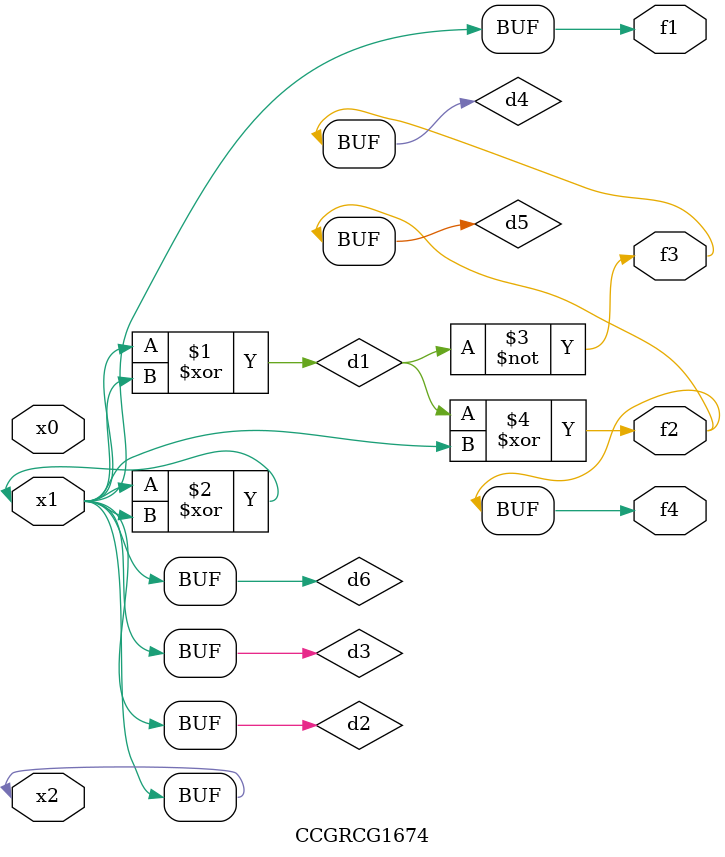
<source format=v>
module CCGRCG1674(
	input x0, x1, x2,
	output f1, f2, f3, f4
);

	wire d1, d2, d3, d4, d5, d6;

	xor (d1, x1, x2);
	buf (d2, x1, x2);
	xor (d3, x1, x2);
	nor (d4, d1);
	xor (d5, d1, d2);
	buf (d6, d2, d3);
	assign f1 = d6;
	assign f2 = d5;
	assign f3 = d4;
	assign f4 = d5;
endmodule

</source>
